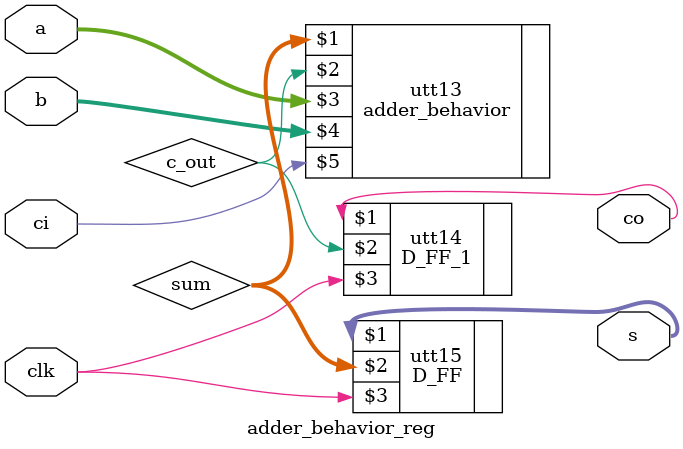
<source format=v>
module adder_behavior_reg (s, co, a, b, ci, clk);
    parameter N = 32;
    output [N-1:0] s;
    output co;
    input [N-1:0] a, b;
    input ci, clk;
    wire [N-1:0] sum;
    wire c_out;

    adder_behavior utt13 (sum, c_out, a, b, ci);
    D_FF_1 utt14 (co, c_out, clk);
    D_FF utt15 (s, sum, clk);

endmodule
</source>
